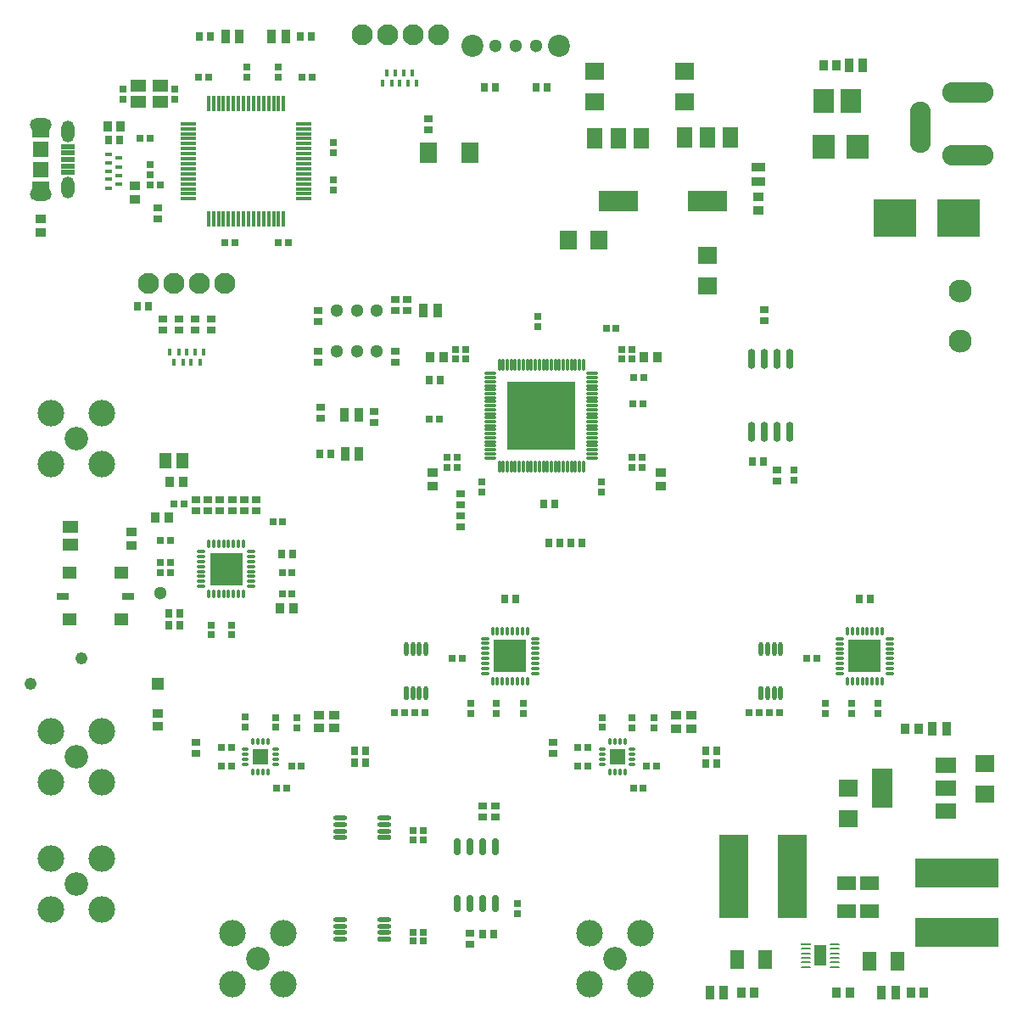
<source format=gts>
G04*
G04 #@! TF.GenerationSoftware,Altium Limited,Altium Designer,21.8.1 (53)*
G04*
G04 Layer_Color=8388736*
%FSLAX44Y44*%
%MOMM*%
G71*
G04*
G04 #@! TF.SameCoordinates,745E15D5-9FCC-4B19-B3C1-DDDE3A1CE5A2*
G04*
G04*
G04 #@! TF.FilePolarity,Negative*
G04*
G01*
G75*
%ADD20R,1.0500X0.9000*%
%ADD21R,1.3470X1.1890*%
%ADD22R,0.7000X0.7000*%
%ADD23R,0.7000X0.7000*%
G04:AMPARAMS|DCode=24|XSize=0.5mm|YSize=1.4mm|CornerRadius=0.15mm|HoleSize=0mm|Usage=FLASHONLY|Rotation=270.000|XOffset=0mm|YOffset=0mm|HoleType=Round|Shape=RoundedRectangle|*
%AMROUNDEDRECTD24*
21,1,0.5000,1.1000,0,0,270.0*
21,1,0.2000,1.4000,0,0,270.0*
1,1,0.3000,-0.5500,-0.1000*
1,1,0.3000,-0.5500,0.1000*
1,1,0.3000,0.5500,0.1000*
1,1,0.3000,0.5500,-0.1000*
%
%ADD24ROUNDEDRECTD24*%
%ADD25O,1.4000X0.5000*%
%ADD26O,0.5000X1.4000*%
G04:AMPARAMS|DCode=27|XSize=0.5mm|YSize=1.4mm|CornerRadius=0.15mm|HoleSize=0mm|Usage=FLASHONLY|Rotation=180.000|XOffset=0mm|YOffset=0mm|HoleType=Round|Shape=RoundedRectangle|*
%AMROUNDEDRECTD27*
21,1,0.5000,1.1000,0,0,180.0*
21,1,0.2000,1.4000,0,0,180.0*
1,1,0.3000,-0.1000,0.5500*
1,1,0.3000,0.1000,0.5500*
1,1,0.3000,0.1000,-0.5500*
1,1,0.3000,-0.1000,-0.5500*
%
%ADD27ROUNDEDRECTD27*%
%ADD28R,1.6000X1.6000*%
%ADD29O,0.8000X0.3000*%
%ADD30O,0.3000X0.8000*%
%ADD31O,0.3500X1.0000*%
%ADD32O,1.0000X0.3500*%
%ADD33R,3.2000X3.2000*%
%ADD34R,0.7500X0.8500*%
%ADD35R,0.8500X0.7500*%
%ADD36O,0.7500X1.7500*%
%ADD37R,0.9000X1.4000*%
%ADD38R,1.9000X1.8000*%
%ADD39R,1.6000X2.1000*%
%ADD40R,3.9000X2.1000*%
%ADD41R,1.4000X0.9000*%
%ADD42R,1.8000X1.9000*%
%ADD43R,1.7000X2.1000*%
%ADD44R,1.5500X1.2500*%
%ADD45R,1.2906X0.7628*%
%ADD46R,0.3000X0.8000*%
%ADD47R,3.2000X3.2000*%
%ADD48R,0.9500X1.1000*%
%ADD49O,1.2500X0.3000*%
%ADD50O,0.3000X1.2500*%
%ADD51R,6.8400X6.8400*%
%ADD52R,1.1000X0.9500*%
%ADD53R,1.2900X1.5700*%
%ADD54R,0.9000X1.0500*%
%ADD55R,2.9000X8.3000*%
%ADD56R,8.3000X2.9000*%
%ADD57R,2.2600X2.3600*%
%ADD58R,2.0500X2.3500*%
%ADD59R,1.4000X1.9000*%
%ADD60R,1.9000X1.4000*%
G04:AMPARAMS|DCode=61|XSize=1.0096mm|YSize=0.1925mm|CornerRadius=0.0962mm|HoleSize=0mm|Usage=FLASHONLY|Rotation=0.000|XOffset=0mm|YOffset=0mm|HoleType=Round|Shape=RoundedRectangle|*
%AMROUNDEDRECTD61*
21,1,1.0096,0.0000,0,0,0.0*
21,1,0.8172,0.1925,0,0,0.0*
1,1,0.1925,0.4086,0.0000*
1,1,0.1925,-0.4086,0.0000*
1,1,0.1925,-0.4086,0.0000*
1,1,0.1925,0.4086,0.0000*
%
%ADD61ROUNDEDRECTD61*%
%ADD62R,1.0096X0.1925*%
%ADD63R,1.3100X2.1200*%
%ADD64R,2.1000X1.6000*%
%ADD65R,2.1000X3.9000*%
%ADD66R,1.4500X0.5000*%
%ADD67R,1.6500X1.6000*%
%ADD68R,0.8000X0.3000*%
%ADD69O,0.4000X1.5500*%
%ADD70O,1.5500X0.4000*%
%ADD71R,1.5500X0.4000*%
%ADD72R,1.5000X1.2500*%
%ADD73O,0.7500X2.0000*%
%ADD74R,4.2418X3.8100*%
%ADD75R,1.2400X1.2400*%
%ADD76C,1.2400*%
%ADD77C,2.2000*%
%ADD78C,1.3000*%
%ADD79C,2.1000*%
%ADD80C,2.6500*%
%ADD81C,2.3500*%
%ADD82O,2.2000X1.3000*%
%ADD83O,1.3000X2.2000*%
%ADD84O,5.1000X2.1000*%
%ADD85O,2.1000X5.1000*%
%ADD86C,2.3000*%
%ADD87C,0.7000*%
G36*
X30245Y817909D02*
X30225Y817648D01*
X30191Y817388D01*
X30143Y817131D01*
X30082Y816876D01*
X30008Y816625D01*
X29920Y816379D01*
X29820Y816137D01*
X29707Y815900D01*
X29583Y815670D01*
X29446Y815447D01*
X29297Y815231D01*
X29138Y815024D01*
X28968Y814825D01*
X28788Y814635D01*
X28598Y814455D01*
X28399Y814285D01*
X28191Y814125D01*
X27975Y813977D01*
X27752Y813840D01*
X27522Y813715D01*
X27286Y813603D01*
X27044Y813503D01*
X26797Y813415D01*
X26546Y813341D01*
X26292Y813280D01*
X26035Y813232D01*
X25775Y813198D01*
X25514Y813177D01*
X25252Y813170D01*
X17752D01*
X17491Y813177D01*
X17230Y813198D01*
X16970Y813232D01*
X16713Y813280D01*
X16458Y813341D01*
X16207Y813415D01*
X15961Y813503D01*
X15719Y813603D01*
X15482Y813715D01*
X15252Y813840D01*
X15029Y813977D01*
X14813Y814125D01*
X14606Y814285D01*
X14407Y814455D01*
X14217Y814635D01*
X14037Y814825D01*
X13867Y815024D01*
X13707Y815231D01*
X13559Y815447D01*
X13422Y815670D01*
X13297Y815900D01*
X13185Y816137D01*
X13084Y816379D01*
X12997Y816625D01*
X12923Y816876D01*
X12862Y817131D01*
X12814Y817388D01*
X12780Y817648D01*
X12759Y817909D01*
X12752Y818170D01*
Y832170D01*
X30252D01*
Y818170D01*
X30245Y817909D01*
D02*
G37*
G36*
X12752Y876170D02*
Y890170D01*
X12759Y890432D01*
X12780Y890693D01*
X12814Y890953D01*
X12862Y891210D01*
X12923Y891464D01*
X12997Y891715D01*
X13084Y891962D01*
X13185Y892204D01*
X13297Y892440D01*
X13422Y892670D01*
X13559Y892894D01*
X13707Y893109D01*
X13867Y893317D01*
X14037Y893516D01*
X14217Y893706D01*
X14407Y893886D01*
X14606Y894056D01*
X14813Y894215D01*
X15029Y894364D01*
X15252Y894501D01*
X15482Y894625D01*
X15719Y894738D01*
X15961Y894838D01*
X16207Y894926D01*
X16458Y895000D01*
X16713Y895061D01*
X16970Y895109D01*
X17230Y895143D01*
X17491Y895163D01*
X17752Y895170D01*
X25252D01*
X25514Y895163D01*
X25775Y895143D01*
X26035Y895109D01*
X26292Y895061D01*
X26546Y895000D01*
X26797Y894926D01*
X27044Y894838D01*
X27286Y894738D01*
X27522Y894625D01*
X27752Y894501D01*
X27975Y894364D01*
X28191Y894215D01*
X28399Y894056D01*
X28598Y893886D01*
X28788Y893706D01*
X28968Y893516D01*
X29138Y893317D01*
X29297Y893109D01*
X29446Y892894D01*
X29583Y892670D01*
X29707Y892440D01*
X29820Y892204D01*
X29920Y891962D01*
X30008Y891715D01*
X30082Y891464D01*
X30143Y891210D01*
X30191Y890953D01*
X30225Y890693D01*
X30245Y890432D01*
X30252Y890170D01*
Y876170D01*
X12752D01*
D02*
G37*
D20*
X138450Y288500D02*
D03*
Y301500D02*
D03*
X655680Y299381D02*
D03*
Y286381D02*
D03*
X299541Y299500D02*
D03*
Y286500D02*
D03*
X670844Y286381D02*
D03*
Y299381D02*
D03*
X314481Y286500D02*
D03*
Y299500D02*
D03*
X737726Y803500D02*
D03*
Y816500D02*
D03*
D21*
X101750Y395410D02*
D03*
X50750D02*
D03*
X101750Y441590D02*
D03*
X50750D02*
D03*
D22*
X257000Y226750D02*
D03*
X267000D02*
D03*
X393283Y74062D02*
D03*
X403283D02*
D03*
X384403Y301924D02*
D03*
X374403D02*
D03*
X403283Y175454D02*
D03*
X393283D02*
D03*
Y83080D02*
D03*
X403283D02*
D03*
X394936Y301924D02*
D03*
X404936D02*
D03*
X393268Y184524D02*
D03*
X403268D02*
D03*
X613013Y226757D02*
D03*
X623013D02*
D03*
X636250Y249000D02*
D03*
X626250D02*
D03*
X271920Y248876D02*
D03*
X281920D02*
D03*
X557843Y248757D02*
D03*
X567843D02*
D03*
X211704Y248876D02*
D03*
X201704D02*
D03*
X557843Y267069D02*
D03*
X567843D02*
D03*
X211704Y267188D02*
D03*
X201704D02*
D03*
X442036Y356146D02*
D03*
X432036D02*
D03*
X759054Y301805D02*
D03*
X749054D02*
D03*
X728521D02*
D03*
X738521D02*
D03*
X419610Y594651D02*
D03*
X409610D02*
D03*
X179077Y936620D02*
D03*
X189077D02*
D03*
X130933Y829170D02*
D03*
X140933D02*
D03*
X141005Y473587D02*
D03*
X151005D02*
D03*
X151051Y441560D02*
D03*
X141051D02*
D03*
X141005Y452088D02*
D03*
X151005D02*
D03*
X154485Y510544D02*
D03*
X164485D02*
D03*
X253286Y492250D02*
D03*
X263286D02*
D03*
X272499Y441560D02*
D03*
X262499D02*
D03*
Y420323D02*
D03*
X272499D02*
D03*
X612953Y610270D02*
D03*
X622953D02*
D03*
X215485Y770878D02*
D03*
X205485D02*
D03*
X259002D02*
D03*
X269002D02*
D03*
X130934Y874921D02*
D03*
X120934D02*
D03*
X282727Y936620D02*
D03*
X292727D02*
D03*
X796154Y356027D02*
D03*
X786154D02*
D03*
X595897Y685896D02*
D03*
X585897D02*
D03*
X623226Y636560D02*
D03*
X613226D02*
D03*
D23*
X277291Y297250D02*
D03*
Y287250D02*
D03*
X255874Y287406D02*
D03*
Y297406D02*
D03*
X225874Y297567D02*
D03*
Y287567D02*
D03*
X633430Y287131D02*
D03*
Y297131D02*
D03*
X612013Y287287D02*
D03*
Y297287D02*
D03*
X582013Y297448D02*
D03*
Y287448D02*
D03*
X503248Y301178D02*
D03*
Y311178D02*
D03*
X476648Y301178D02*
D03*
Y311178D02*
D03*
X450671Y301178D02*
D03*
Y311178D02*
D03*
X857366Y301059D02*
D03*
Y311059D02*
D03*
X445496Y654902D02*
D03*
Y664902D02*
D03*
X497493Y111760D02*
D03*
Y101760D02*
D03*
X437036Y546590D02*
D03*
Y556590D02*
D03*
X427155Y556590D02*
D03*
Y546590D02*
D03*
X461979Y522473D02*
D03*
Y532473D02*
D03*
X212420Y379708D02*
D03*
Y389708D02*
D03*
X191679Y379708D02*
D03*
Y389708D02*
D03*
X130933Y849170D02*
D03*
Y839170D02*
D03*
X103673Y924564D02*
D03*
Y914564D02*
D03*
X155557Y924564D02*
D03*
Y914564D02*
D03*
X227587Y936620D02*
D03*
Y946620D02*
D03*
X313502Y823920D02*
D03*
Y833920D02*
D03*
X313502Y860806D02*
D03*
Y870806D02*
D03*
X259007Y946620D02*
D03*
Y936620D02*
D03*
X830766Y311059D02*
D03*
Y301059D02*
D03*
X804789Y311059D02*
D03*
Y301059D02*
D03*
X611470Y664902D02*
D03*
Y654902D02*
D03*
X601420D02*
D03*
Y664902D02*
D03*
X773500Y544293D02*
D03*
Y534293D02*
D03*
X517916Y687700D02*
D03*
Y697700D02*
D03*
X581170Y532473D02*
D03*
Y522473D02*
D03*
X621470Y546590D02*
D03*
Y556590D02*
D03*
X611470Y546590D02*
D03*
Y556590D02*
D03*
X435231Y654902D02*
D03*
Y664902D02*
D03*
D24*
X364559Y76077D02*
D03*
Y177469D02*
D03*
D25*
Y82577D02*
D03*
Y89077D02*
D03*
Y95577D02*
D03*
X320559Y76077D02*
D03*
Y82577D02*
D03*
Y89077D02*
D03*
Y95577D02*
D03*
X364559Y183969D02*
D03*
Y190469D02*
D03*
Y196969D02*
D03*
X320559Y177469D02*
D03*
Y183969D02*
D03*
Y190469D02*
D03*
Y196969D02*
D03*
D26*
X405921Y365899D02*
D03*
X399421D02*
D03*
X392921D02*
D03*
X386421D02*
D03*
X405921Y321899D02*
D03*
X399421D02*
D03*
X392921D02*
D03*
X760039Y321780D02*
D03*
X753539D02*
D03*
X747039D02*
D03*
X740539Y365780D02*
D03*
X747039D02*
D03*
X753539D02*
D03*
X760039D02*
D03*
D27*
X386421Y321899D02*
D03*
X740539Y321780D02*
D03*
D28*
X597013Y257948D02*
D03*
X240874Y258067D02*
D03*
D29*
X582013Y250448D02*
D03*
Y255448D02*
D03*
Y260448D02*
D03*
Y265448D02*
D03*
X612013D02*
D03*
Y260448D02*
D03*
Y255448D02*
D03*
Y250448D02*
D03*
X225874Y250567D02*
D03*
Y255567D02*
D03*
Y260567D02*
D03*
Y265567D02*
D03*
X255874D02*
D03*
Y260567D02*
D03*
Y255567D02*
D03*
Y250567D02*
D03*
D30*
X589513Y272948D02*
D03*
X594513D02*
D03*
X599513D02*
D03*
X604513D02*
D03*
Y242948D02*
D03*
X599513D02*
D03*
X594513D02*
D03*
X589513D02*
D03*
X233374Y273067D02*
D03*
X238374D02*
D03*
X243374D02*
D03*
X248374D02*
D03*
Y243067D02*
D03*
X243374D02*
D03*
X238374D02*
D03*
X233374D02*
D03*
D31*
X472493Y383596D02*
D03*
X477493D02*
D03*
X482493D02*
D03*
X487493D02*
D03*
X492493D02*
D03*
X497493D02*
D03*
X502493D02*
D03*
X507493D02*
D03*
X472493Y333696D02*
D03*
X477493D02*
D03*
X482493D02*
D03*
X487493D02*
D03*
X492493D02*
D03*
X497493D02*
D03*
X502493D02*
D03*
X507493D02*
D03*
X841611Y333577D02*
D03*
X846611D02*
D03*
X826611D02*
D03*
X831611Y383477D02*
D03*
X826611D02*
D03*
X224081Y470538D02*
D03*
X219081D02*
D03*
X214081D02*
D03*
X209081D02*
D03*
X204081D02*
D03*
X199081D02*
D03*
X194081D02*
D03*
X189081D02*
D03*
Y420638D02*
D03*
X194081D02*
D03*
X199081D02*
D03*
X204081D02*
D03*
X209081D02*
D03*
X214081D02*
D03*
X219081D02*
D03*
X224081D02*
D03*
X836611Y383477D02*
D03*
X841611D02*
D03*
X846611D02*
D03*
X851611D02*
D03*
X856611D02*
D03*
X861611D02*
D03*
X831611Y333577D02*
D03*
X836611D02*
D03*
X851611D02*
D03*
X856611D02*
D03*
X861611D02*
D03*
D32*
X465043Y376146D02*
D03*
Y371146D02*
D03*
Y366146D02*
D03*
Y361146D02*
D03*
Y356146D02*
D03*
Y351146D02*
D03*
Y346146D02*
D03*
Y341146D02*
D03*
X514943D02*
D03*
Y346146D02*
D03*
Y351146D02*
D03*
Y356146D02*
D03*
Y361146D02*
D03*
Y366146D02*
D03*
Y371146D02*
D03*
Y376146D02*
D03*
X231531Y463088D02*
D03*
Y458088D02*
D03*
Y453088D02*
D03*
Y448088D02*
D03*
Y443088D02*
D03*
Y438088D02*
D03*
Y433088D02*
D03*
Y428088D02*
D03*
X181631Y463088D02*
D03*
Y458088D02*
D03*
Y453088D02*
D03*
Y448088D02*
D03*
Y443088D02*
D03*
Y438088D02*
D03*
Y433088D02*
D03*
Y428088D02*
D03*
X819161Y376027D02*
D03*
Y371027D02*
D03*
Y366027D02*
D03*
Y361027D02*
D03*
Y356027D02*
D03*
Y351027D02*
D03*
Y346027D02*
D03*
Y341027D02*
D03*
X869061D02*
D03*
Y346027D02*
D03*
Y351027D02*
D03*
Y356027D02*
D03*
Y361027D02*
D03*
Y366027D02*
D03*
Y371027D02*
D03*
Y376027D02*
D03*
D33*
X489993Y358646D02*
D03*
X844111Y358527D02*
D03*
D34*
X335109Y264326D02*
D03*
X346109D02*
D03*
X335109Y251827D02*
D03*
X346109D02*
D03*
X484462Y415423D02*
D03*
X495462D02*
D03*
X696398Y264196D02*
D03*
Y251697D02*
D03*
X685398D02*
D03*
Y264196D02*
D03*
X473500Y81250D02*
D03*
X311000Y560750D02*
D03*
X300000D02*
D03*
X516179Y926455D02*
D03*
X527179D02*
D03*
X464323Y926455D02*
D03*
X475323D02*
D03*
X523884Y510502D02*
D03*
X534884D02*
D03*
X550685Y471213D02*
D03*
X561685D02*
D03*
X539653D02*
D03*
X528653D02*
D03*
X262000Y460503D02*
D03*
X160811Y400951D02*
D03*
Y388958D02*
D03*
X409110Y634250D02*
D03*
X420110D02*
D03*
X462500Y81250D02*
D03*
X149810Y400951D02*
D03*
Y388958D02*
D03*
X273000Y460503D02*
D03*
X100142Y874000D02*
D03*
X89143D02*
D03*
X129385Y707533D02*
D03*
X118385D02*
D03*
X280517Y976984D02*
D03*
X291517D02*
D03*
X191278D02*
D03*
X180278D02*
D03*
X838616Y415423D02*
D03*
X849616D02*
D03*
X742586Y552662D02*
D03*
X731586D02*
D03*
D35*
X176454Y261317D02*
D03*
Y272317D02*
D03*
X475151Y209262D02*
D03*
X532593Y261198D02*
D03*
Y272198D02*
D03*
X408345Y894977D02*
D03*
Y883977D02*
D03*
X440481Y498401D02*
D03*
Y487401D02*
D03*
X387137Y703139D02*
D03*
Y714139D02*
D03*
X440481Y509370D02*
D03*
Y520370D02*
D03*
X236580Y503370D02*
D03*
X224580D02*
D03*
X212580Y503370D02*
D03*
X200580Y503370D02*
D03*
X188580D02*
D03*
X176580D02*
D03*
X138699Y806255D02*
D03*
Y795255D02*
D03*
X354500Y591900D02*
D03*
Y602900D02*
D03*
X300750Y606896D02*
D03*
Y595896D02*
D03*
X449751Y70762D02*
D03*
Y81762D02*
D03*
X462451Y209262D02*
D03*
Y198262D02*
D03*
X475151Y198262D02*
D03*
X375260Y703153D02*
D03*
Y714153D02*
D03*
X298382Y692102D02*
D03*
Y703102D02*
D03*
X212580Y514370D02*
D03*
X200580Y514370D02*
D03*
X236580D02*
D03*
X224580D02*
D03*
X188580D02*
D03*
X176580D02*
D03*
X143410Y683775D02*
D03*
Y694775D02*
D03*
X159410Y683775D02*
D03*
Y694775D02*
D03*
X175410Y683775D02*
D03*
Y694775D02*
D03*
X191409Y683775D02*
D03*
Y694775D02*
D03*
X756850Y544043D02*
D03*
Y533043D02*
D03*
X298382Y662473D02*
D03*
Y651472D02*
D03*
X375325Y651403D02*
D03*
Y662402D02*
D03*
X744150Y704000D02*
D03*
Y693000D02*
D03*
D36*
X437051Y111762D02*
D03*
X449751Y168262D02*
D03*
Y111762D02*
D03*
X462451D02*
D03*
X475151D02*
D03*
X437051Y168262D02*
D03*
X462451D02*
D03*
X475151D02*
D03*
D37*
X325250Y560750D02*
D03*
X339250D02*
D03*
X403791Y703224D02*
D03*
X417790D02*
D03*
X324948Y599343D02*
D03*
X338948D02*
D03*
X925599Y285750D02*
D03*
X911599D02*
D03*
X689398Y22740D02*
D03*
X703398D02*
D03*
X860737Y22971D02*
D03*
X874737D02*
D03*
X842150Y947900D02*
D03*
X828150D02*
D03*
X266022Y976984D02*
D03*
X252022D02*
D03*
X205778D02*
D03*
X219778D02*
D03*
D38*
X964000Y251000D02*
D03*
Y220500D02*
D03*
X574824Y942255D02*
D03*
Y911755D02*
D03*
X664236Y942255D02*
D03*
Y911755D02*
D03*
X687250Y727590D02*
D03*
Y758090D02*
D03*
X827495Y226790D02*
D03*
Y196290D02*
D03*
D39*
X620825Y875460D02*
D03*
X574824D02*
D03*
X597825D02*
D03*
X710250Y875750D02*
D03*
X664250D02*
D03*
X687250D02*
D03*
D40*
X597825Y812460D02*
D03*
X687250Y812750D02*
D03*
D41*
X737726Y832500D02*
D03*
Y846500D02*
D03*
D42*
X548192Y773963D02*
D03*
X578692D02*
D03*
D43*
X450345Y860977D02*
D03*
X408345D02*
D03*
D44*
X50875Y469996D02*
D03*
Y487496D02*
D03*
D45*
X108738Y418500D02*
D03*
X43762D02*
D03*
D46*
X379773Y930321D02*
D03*
X362773D02*
D03*
X371773D02*
D03*
X387773D02*
D03*
X396773D02*
D03*
X392773Y940321D02*
D03*
X383773D02*
D03*
X375773D02*
D03*
X366773D02*
D03*
X180409Y652155D02*
D03*
X171409D02*
D03*
X163409D02*
D03*
X154409D02*
D03*
X150409Y662155D02*
D03*
X159409D02*
D03*
X175409D02*
D03*
X184409D02*
D03*
X167409D02*
D03*
D47*
X206581Y445588D02*
D03*
D48*
X101549Y887540D02*
D03*
X88049D02*
D03*
X424110Y656902D02*
D03*
X410610D02*
D03*
X149755Y496455D02*
D03*
X136255D02*
D03*
X164081Y532262D02*
D03*
X150581D02*
D03*
X260750Y406458D02*
D03*
X274250D02*
D03*
X623770Y656880D02*
D03*
X637270D02*
D03*
D49*
X470245Y640500D02*
D03*
Y636500D02*
D03*
Y632500D02*
D03*
Y628500D02*
D03*
Y624500D02*
D03*
Y620500D02*
D03*
Y616500D02*
D03*
Y612500D02*
D03*
Y608500D02*
D03*
Y604500D02*
D03*
Y600500D02*
D03*
Y596500D02*
D03*
Y592500D02*
D03*
Y588500D02*
D03*
Y584500D02*
D03*
Y580500D02*
D03*
Y576500D02*
D03*
Y572500D02*
D03*
Y568500D02*
D03*
Y564500D02*
D03*
Y560500D02*
D03*
Y556500D02*
D03*
X572245D02*
D03*
Y560500D02*
D03*
Y564500D02*
D03*
Y568500D02*
D03*
Y572500D02*
D03*
Y576500D02*
D03*
Y580500D02*
D03*
Y584500D02*
D03*
Y588500D02*
D03*
Y592500D02*
D03*
Y596500D02*
D03*
Y600500D02*
D03*
Y604500D02*
D03*
Y608500D02*
D03*
Y612500D02*
D03*
Y616500D02*
D03*
Y620500D02*
D03*
Y624500D02*
D03*
Y628500D02*
D03*
Y632500D02*
D03*
Y636500D02*
D03*
Y640500D02*
D03*
D50*
X479245Y547500D02*
D03*
X483245D02*
D03*
X487245D02*
D03*
X491245D02*
D03*
X495245D02*
D03*
X499245D02*
D03*
X503245D02*
D03*
X507245D02*
D03*
X511245D02*
D03*
X515245D02*
D03*
X519245D02*
D03*
X523245D02*
D03*
X527245D02*
D03*
X531245D02*
D03*
X551245D02*
D03*
X555245D02*
D03*
X559245D02*
D03*
X563245D02*
D03*
Y649500D02*
D03*
X559245D02*
D03*
X555245D02*
D03*
X551245D02*
D03*
X547245D02*
D03*
X543245D02*
D03*
X539245D02*
D03*
X535245D02*
D03*
X531245D02*
D03*
X527245D02*
D03*
X523245D02*
D03*
X519245D02*
D03*
X515245D02*
D03*
X511245D02*
D03*
X507245D02*
D03*
X503245D02*
D03*
X499245D02*
D03*
X495245D02*
D03*
X491245D02*
D03*
X487245D02*
D03*
X483245D02*
D03*
X479245D02*
D03*
X547245Y547500D02*
D03*
X543245D02*
D03*
X539245D02*
D03*
X535245D02*
D03*
D51*
X521245Y598500D02*
D03*
D52*
X412901Y541496D02*
D03*
Y527996D02*
D03*
X112495Y482830D02*
D03*
Y469330D02*
D03*
X21527Y781501D02*
D03*
Y795001D02*
D03*
X115227Y827688D02*
D03*
Y814188D02*
D03*
X640070Y527996D02*
D03*
Y541496D02*
D03*
D53*
X163035Y553260D02*
D03*
X145935D02*
D03*
D54*
X897543Y285746D02*
D03*
X884543D02*
D03*
X733950Y22740D02*
D03*
X720950D02*
D03*
X889875D02*
D03*
X902875D02*
D03*
X815650Y947900D02*
D03*
X802650D02*
D03*
X828875Y22493D02*
D03*
X815875D02*
D03*
D55*
X772000Y138500D02*
D03*
X713000D02*
D03*
D56*
X936061Y142095D02*
D03*
Y83095D02*
D03*
D57*
X837152Y866598D02*
D03*
X802652D02*
D03*
D58*
X802650Y912950D02*
D03*
X830150D02*
D03*
D59*
X876817Y53721D02*
D03*
X848818D02*
D03*
X716947Y55709D02*
D03*
X744948D02*
D03*
D60*
X849016Y131907D02*
D03*
Y103907D02*
D03*
X825995Y131907D02*
D03*
Y103907D02*
D03*
D61*
X814176Y70875D02*
D03*
Y66375D02*
D03*
Y61875D02*
D03*
Y57375D02*
D03*
Y52875D02*
D03*
Y48375D02*
D03*
X785151D02*
D03*
Y52875D02*
D03*
Y57375D02*
D03*
Y61875D02*
D03*
Y66375D02*
D03*
D62*
Y70875D02*
D03*
D63*
X799663Y59625D02*
D03*
D64*
X924750Y203790D02*
D03*
Y249790D02*
D03*
Y226790D02*
D03*
D65*
X861750D02*
D03*
D66*
X48502Y867170D02*
D03*
Y860670D02*
D03*
Y854170D02*
D03*
Y847670D02*
D03*
Y841170D02*
D03*
D67*
X21502Y864170D02*
D03*
Y844170D02*
D03*
D68*
X99727Y855421D02*
D03*
Y846421D02*
D03*
Y838421D02*
D03*
Y829421D02*
D03*
X89727Y825421D02*
D03*
Y834421D02*
D03*
Y850421D02*
D03*
Y859421D02*
D03*
Y842421D02*
D03*
D69*
X189002Y909670D02*
D03*
X194002D02*
D03*
X199002D02*
D03*
X204002D02*
D03*
X209002D02*
D03*
X214002D02*
D03*
X219002D02*
D03*
X224002D02*
D03*
X229002D02*
D03*
X234002D02*
D03*
X239002D02*
D03*
X244002D02*
D03*
X249002D02*
D03*
X254002D02*
D03*
X259002D02*
D03*
X264002D02*
D03*
Y795170D02*
D03*
X259002D02*
D03*
X254002D02*
D03*
X249002D02*
D03*
X244002D02*
D03*
X239002D02*
D03*
X234002D02*
D03*
X229002D02*
D03*
X224002D02*
D03*
X219002D02*
D03*
X214002D02*
D03*
X209002D02*
D03*
X204002D02*
D03*
X199002D02*
D03*
X194002D02*
D03*
X189002D02*
D03*
D70*
X283752Y889920D02*
D03*
Y884920D02*
D03*
Y879920D02*
D03*
Y874920D02*
D03*
Y869920D02*
D03*
Y864920D02*
D03*
Y859920D02*
D03*
Y854920D02*
D03*
Y849920D02*
D03*
Y844920D02*
D03*
Y839920D02*
D03*
Y834920D02*
D03*
Y829920D02*
D03*
Y824920D02*
D03*
Y819920D02*
D03*
Y814920D02*
D03*
X169252D02*
D03*
Y819920D02*
D03*
Y824920D02*
D03*
Y829920D02*
D03*
Y834920D02*
D03*
Y839920D02*
D03*
Y844920D02*
D03*
Y849920D02*
D03*
Y854920D02*
D03*
Y859920D02*
D03*
Y864920D02*
D03*
Y869920D02*
D03*
Y874920D02*
D03*
Y879920D02*
D03*
Y884920D02*
D03*
D71*
Y889920D02*
D03*
D72*
X140601Y911473D02*
D03*
X118601D02*
D03*
Y927473D02*
D03*
X140601D02*
D03*
D73*
X769550Y655000D02*
D03*
X756850D02*
D03*
X744150D02*
D03*
X731450D02*
D03*
X769550Y582000D02*
D03*
X756850D02*
D03*
X744150D02*
D03*
X731450D02*
D03*
D74*
X937877Y796000D02*
D03*
X874123D02*
D03*
D75*
X138450Y331300D02*
D03*
D76*
X11450D02*
D03*
X62250Y356700D02*
D03*
D77*
X452276Y967962D02*
D03*
X539276D02*
D03*
D78*
X515776D02*
D03*
X475776D02*
D03*
X495776D02*
D03*
X140943Y421588D02*
D03*
X317225Y703098D02*
D03*
X337225D02*
D03*
X357225D02*
D03*
Y662468D02*
D03*
X337225D02*
D03*
X317225D02*
D03*
D79*
X393000Y978750D02*
D03*
X418400D02*
D03*
X342200D02*
D03*
X367600D02*
D03*
X154817Y730832D02*
D03*
X129417D02*
D03*
X205617D02*
D03*
X180217D02*
D03*
D80*
X82300Y550150D02*
D03*
X31500D02*
D03*
Y600950D02*
D03*
X82300D02*
D03*
X569110Y82150D02*
D03*
Y31350D02*
D03*
X619910D02*
D03*
Y82150D02*
D03*
X212970D02*
D03*
Y31350D02*
D03*
X263770D02*
D03*
Y82150D02*
D03*
X82300Y156400D02*
D03*
X31500D02*
D03*
Y105600D02*
D03*
X82300D02*
D03*
Y283467D02*
D03*
X31500D02*
D03*
Y232667D02*
D03*
X82300D02*
D03*
D81*
X56900Y575550D02*
D03*
X594510Y56750D02*
D03*
X238370D02*
D03*
X56900Y131000D02*
D03*
Y258067D02*
D03*
D82*
X21502Y889170D02*
D03*
Y819170D02*
D03*
D83*
X48502Y826070D02*
D03*
Y882270D02*
D03*
D84*
X947328Y858039D02*
D03*
Y921039D02*
D03*
D85*
X899329Y886039D02*
D03*
D86*
X939750Y673250D02*
D03*
Y723250D02*
D03*
D87*
X217581Y434588D02*
D03*
X206581D02*
D03*
X195581D02*
D03*
X217581Y445588D02*
D03*
X206581D02*
D03*
X195581D02*
D03*
X217581Y456588D02*
D03*
X206581D02*
D03*
X195581D02*
D03*
X240874Y258067D02*
D03*
X597013Y257948D02*
D03*
X500993Y369646D02*
D03*
Y358646D02*
D03*
Y347646D02*
D03*
X489993Y369646D02*
D03*
Y358646D02*
D03*
Y347646D02*
D03*
X478993Y369646D02*
D03*
Y358646D02*
D03*
Y347646D02*
D03*
X855111Y369527D02*
D03*
Y358527D02*
D03*
Y347527D02*
D03*
X844111Y369527D02*
D03*
Y358527D02*
D03*
Y347527D02*
D03*
X833111Y369527D02*
D03*
Y358527D02*
D03*
Y347527D02*
D03*
X493745Y626000D02*
D03*
X504745D02*
D03*
X515745D02*
D03*
X526745D02*
D03*
X537745D02*
D03*
X548745D02*
D03*
X493745Y615000D02*
D03*
X504745D02*
D03*
X515745D02*
D03*
X526745D02*
D03*
X537745D02*
D03*
X548745D02*
D03*
X493745Y604000D02*
D03*
X504745D02*
D03*
X515745D02*
D03*
X526745D02*
D03*
X537745D02*
D03*
X548745D02*
D03*
X493745Y593000D02*
D03*
X504745D02*
D03*
X515745D02*
D03*
X526745D02*
D03*
X537745D02*
D03*
X548745D02*
D03*
X493745Y582000D02*
D03*
X504745D02*
D03*
X515745D02*
D03*
X526745D02*
D03*
X537745D02*
D03*
X548745D02*
D03*
X493745Y571000D02*
D03*
X504745D02*
D03*
X515745D02*
D03*
X526745D02*
D03*
X537745D02*
D03*
X548745D02*
D03*
M02*

</source>
